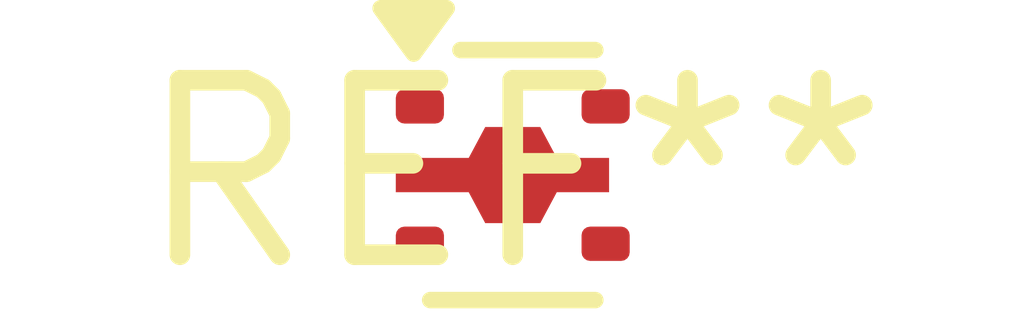
<source format=kicad_pcb>
(kicad_pcb (version 20240108) (generator pcbnew)
  (layers (0 "F.Cu" signal) (31 "B.Cu" signal) (34 "B.Paste" user) (35 "F.Paste" user) (36 "B.SilkS" user "B.Silkscreen") (37 "F.SilkS" user "F.Silkscreen") (38 "B.Mask" user) (39 "F.Mask" user) (44 "Edge.Cuts" user))
  (net 0 "")
  (footprint "HVSOF5" (layer "F.Cu") (at 0 0)
    (property "Reference" "REF**")
    (property "Value" "HVSOF5")
    (fp_line (start -0.6 0.91) (end 0.6 0.91) (layer "F.SilkS") (stroke (width 0.12)))
    (fp_line (start -0.38 -0.91) (end 0.6 -0.91) (layer "F.SilkS") (stroke (width 0.12)))
    (fp_poly (pts (xy -0.72 -0.884432) (xy -0.48 -1.214432) (xy -0.96 -1.214432) (xy -0.72 -0.884432)) (layer "F.SilkS") (stroke (width 0.12)) (fill solid))
    (pad "1" smd roundrect (at -0.675 -0.5) (size 0.35 0.25) (layers "F.Cu" "F.Paste" "F.Mask"))
    (pad "2" smd custom (at 0 0) (size 0.4 0.7) (layers "F.Cu" "F.Paste" "F.Mask") (options (clearance outline) (anchor rect)) (primitives (gr_poly (pts (xy 0.32 -0.125) (xy 0.7 -0.125) (xy 0.7 0.125) (xy 0.32 0.125) (xy 0.2 0.35) (xy -0.2 0.35) (xy -0.32 0.125) (xy -0.85 0.125) (xy -0.85 -0.125) (xy -0.32 -0.125) (xy -0.2 -0.35) (xy 0.2 -0.35)) (width 0) (fill yes))))
    (pad "3" smd roundrect (at -0.675 0.5) (size 0.35 0.25) (layers "F.Cu" "F.Paste" "F.Mask"))
    (pad "4" smd roundrect (at 0.675 0.5) (size 0.35 0.25) (layers "F.Cu" "F.Paste" "F.Mask"))
    (pad "5" smd roundrect (at 0.675 -0.5) (size 0.35 0.25) (layers "F.Cu" "F.Paste" "F.Mask"))
  )
)
</source>
